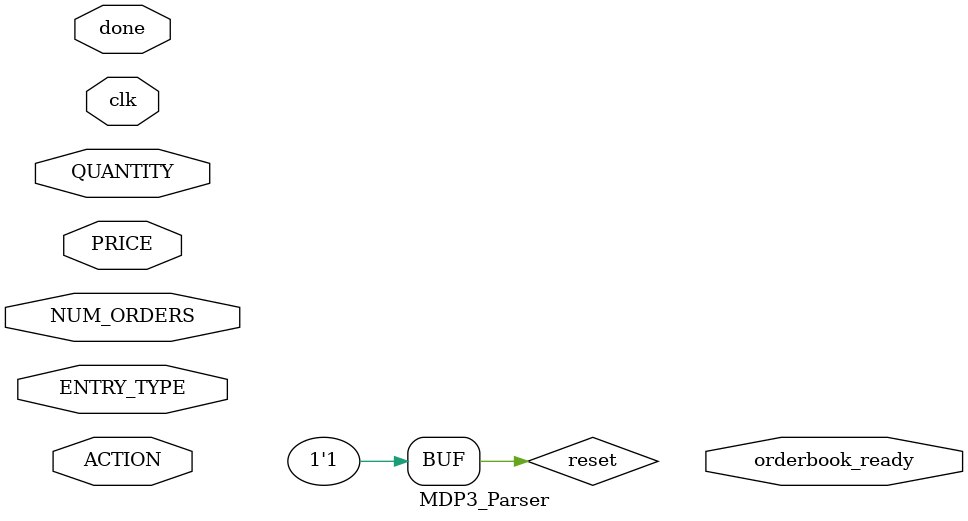
<source format=sv>
module MDP3_Parser(
	input clk,
	input done, //when we've completely received one message
	input logic [1:2] ACTION, //assume each message is 8 bytes
	input logic[3:4] PRICE,
	input logic[5:6] QUANTITY,
	input logic[7:8] NUM_ORDERS,
	input logic[9:10] ENTRY_TYPE,
	output logic orderbook_ready //let next block know message is ready might need more?
	);
	

	logic reset = 1'b1; //if reset is 1 reset to initial state

	always_ff @(posedge clk) begin
		if(reset) begin

		end else begin

		end
	end
	
	

endmodule

</source>
